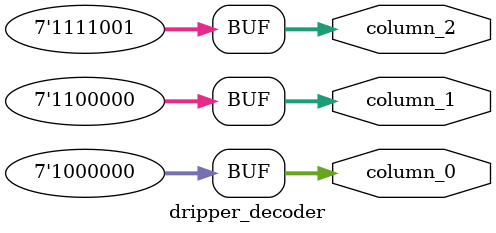
<source format=v>
module dripper_decoder (
    output [6:0] column_2, // 4 & 0
    output [6:0] column_1, // 3 & 1
    output [6:0] column_0  // 2
);

    assign column_2 = 7'b1111001;
    assign column_1 = 7'b1100000;
    assign column_0 = 7'b1000000;

endmodule
</source>
